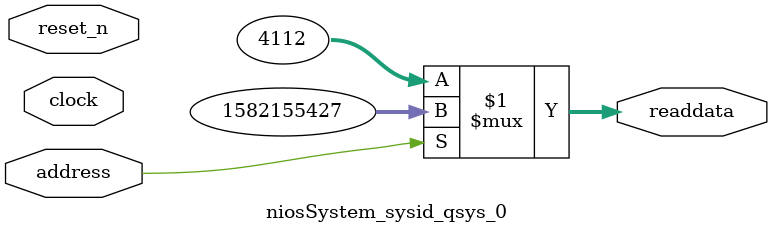
<source format=v>



// synthesis translate_off
`timescale 1ns / 1ps
// synthesis translate_on

// turn off superfluous verilog processor warnings 
// altera message_level Level1 
// altera message_off 10034 10035 10036 10037 10230 10240 10030 

module niosSystem_sysid_qsys_0 (
               // inputs:
                address,
                clock,
                reset_n,

               // outputs:
                readdata
             )
;

  output  [ 31: 0] readdata;
  input            address;
  input            clock;
  input            reset_n;

  wire    [ 31: 0] readdata;
  //control_slave, which is an e_avalon_slave
  assign readdata = address ? 1582155427 : 4112;

endmodule



</source>
